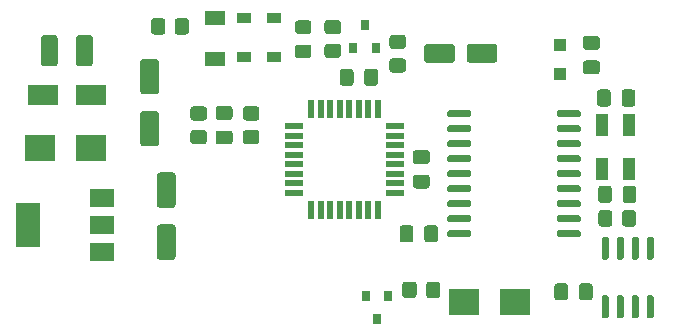
<source format=gbr>
%TF.GenerationSoftware,KiCad,Pcbnew,(5.1.12-1-10_14)*%
%TF.CreationDate,2022-04-05T22:08:35+02:00*%
%TF.ProjectId,SmartDisplay,536d6172-7444-4697-9370-6c61792e6b69,rev?*%
%TF.SameCoordinates,Original*%
%TF.FileFunction,Paste,Top*%
%TF.FilePolarity,Positive*%
%FSLAX46Y46*%
G04 Gerber Fmt 4.6, Leading zero omitted, Abs format (unit mm)*
G04 Created by KiCad (PCBNEW (5.1.12-1-10_14)) date 2022-04-05 22:08:35*
%MOMM*%
%LPD*%
G01*
G04 APERTURE LIST*
%ADD10R,0.800000X0.900000*%
%ADD11R,2.000000X1.500000*%
%ADD12R,2.000000X3.800000*%
%ADD13R,2.500000X2.300000*%
%ADD14R,2.500000X1.800000*%
%ADD15R,1.200000X0.900000*%
%ADD16R,0.550000X1.600000*%
%ADD17R,1.600000X0.550000*%
%ADD18R,1.000000X1.000000*%
%ADD19R,1.100000X1.900000*%
%ADD20R,1.700000X1.300000*%
G04 APERTURE END LIST*
D10*
%TO.C,D9*%
X158200000Y-85720000D03*
X159150000Y-87720000D03*
X157250000Y-87720000D03*
%TD*%
%TO.C,C13*%
G36*
G01*
X141950000Y-101220000D02*
X140850000Y-101220000D01*
G75*
G02*
X140600000Y-100970000I0J250000D01*
G01*
X140600000Y-98470000D01*
G75*
G02*
X140850000Y-98220000I250000J0D01*
G01*
X141950000Y-98220000D01*
G75*
G02*
X142200000Y-98470000I0J-250000D01*
G01*
X142200000Y-100970000D01*
G75*
G02*
X141950000Y-101220000I-250000J0D01*
G01*
G37*
G36*
G01*
X141950000Y-105620000D02*
X140850000Y-105620000D01*
G75*
G02*
X140600000Y-105370000I0J250000D01*
G01*
X140600000Y-102870000D01*
G75*
G02*
X140850000Y-102620000I250000J0D01*
G01*
X141950000Y-102620000D01*
G75*
G02*
X142200000Y-102870000I0J-250000D01*
G01*
X142200000Y-105370000D01*
G75*
G02*
X141950000Y-105620000I-250000J0D01*
G01*
G37*
%TD*%
%TO.C,C3*%
G36*
G01*
X140550000Y-91620000D02*
X139450000Y-91620000D01*
G75*
G02*
X139200000Y-91370000I0J250000D01*
G01*
X139200000Y-88870000D01*
G75*
G02*
X139450000Y-88620000I250000J0D01*
G01*
X140550000Y-88620000D01*
G75*
G02*
X140800000Y-88870000I0J-250000D01*
G01*
X140800000Y-91370000D01*
G75*
G02*
X140550000Y-91620000I-250000J0D01*
G01*
G37*
G36*
G01*
X140550000Y-96020000D02*
X139450000Y-96020000D01*
G75*
G02*
X139200000Y-95770000I0J250000D01*
G01*
X139200000Y-93270000D01*
G75*
G02*
X139450000Y-93020000I250000J0D01*
G01*
X140550000Y-93020000D01*
G75*
G02*
X140800000Y-93270000I0J-250000D01*
G01*
X140800000Y-95770000D01*
G75*
G02*
X140550000Y-96020000I-250000J0D01*
G01*
G37*
%TD*%
D11*
%TO.C,U4*%
X136000000Y-104970000D03*
X136000000Y-100370000D03*
X136000000Y-102670000D03*
D12*
X129700000Y-102670000D03*
%TD*%
%TO.C,F1*%
G36*
G01*
X133762500Y-88995000D02*
X133762500Y-86845000D01*
G75*
G02*
X134012500Y-86595000I250000J0D01*
G01*
X134937500Y-86595000D01*
G75*
G02*
X135187500Y-86845000I0J-250000D01*
G01*
X135187500Y-88995000D01*
G75*
G02*
X134937500Y-89245000I-250000J0D01*
G01*
X134012500Y-89245000D01*
G75*
G02*
X133762500Y-88995000I0J250000D01*
G01*
G37*
G36*
G01*
X130787500Y-88995000D02*
X130787500Y-86845000D01*
G75*
G02*
X131037500Y-86595000I250000J0D01*
G01*
X131962500Y-86595000D01*
G75*
G02*
X132212500Y-86845000I0J-250000D01*
G01*
X132212500Y-88995000D01*
G75*
G02*
X131962500Y-89245000I-250000J0D01*
G01*
X131037500Y-89245000D01*
G75*
G02*
X130787500Y-88995000I0J250000D01*
G01*
G37*
%TD*%
D13*
%TO.C,D8*%
X130700000Y-96170000D03*
X135000000Y-96170000D03*
%TD*%
D14*
%TO.C,D7*%
X131000000Y-91670000D03*
X135000000Y-91670000D03*
%TD*%
%TO.C,U3*%
G36*
G01*
X167225000Y-103270000D02*
X167225000Y-103570000D01*
G75*
G02*
X167075000Y-103720000I-150000J0D01*
G01*
X165325000Y-103720000D01*
G75*
G02*
X165175000Y-103570000I0J150000D01*
G01*
X165175000Y-103270000D01*
G75*
G02*
X165325000Y-103120000I150000J0D01*
G01*
X167075000Y-103120000D01*
G75*
G02*
X167225000Y-103270000I0J-150000D01*
G01*
G37*
G36*
G01*
X167225000Y-102000000D02*
X167225000Y-102300000D01*
G75*
G02*
X167075000Y-102450000I-150000J0D01*
G01*
X165325000Y-102450000D01*
G75*
G02*
X165175000Y-102300000I0J150000D01*
G01*
X165175000Y-102000000D01*
G75*
G02*
X165325000Y-101850000I150000J0D01*
G01*
X167075000Y-101850000D01*
G75*
G02*
X167225000Y-102000000I0J-150000D01*
G01*
G37*
G36*
G01*
X167225000Y-100730000D02*
X167225000Y-101030000D01*
G75*
G02*
X167075000Y-101180000I-150000J0D01*
G01*
X165325000Y-101180000D01*
G75*
G02*
X165175000Y-101030000I0J150000D01*
G01*
X165175000Y-100730000D01*
G75*
G02*
X165325000Y-100580000I150000J0D01*
G01*
X167075000Y-100580000D01*
G75*
G02*
X167225000Y-100730000I0J-150000D01*
G01*
G37*
G36*
G01*
X167225000Y-99460000D02*
X167225000Y-99760000D01*
G75*
G02*
X167075000Y-99910000I-150000J0D01*
G01*
X165325000Y-99910000D01*
G75*
G02*
X165175000Y-99760000I0J150000D01*
G01*
X165175000Y-99460000D01*
G75*
G02*
X165325000Y-99310000I150000J0D01*
G01*
X167075000Y-99310000D01*
G75*
G02*
X167225000Y-99460000I0J-150000D01*
G01*
G37*
G36*
G01*
X167225000Y-98190000D02*
X167225000Y-98490000D01*
G75*
G02*
X167075000Y-98640000I-150000J0D01*
G01*
X165325000Y-98640000D01*
G75*
G02*
X165175000Y-98490000I0J150000D01*
G01*
X165175000Y-98190000D01*
G75*
G02*
X165325000Y-98040000I150000J0D01*
G01*
X167075000Y-98040000D01*
G75*
G02*
X167225000Y-98190000I0J-150000D01*
G01*
G37*
G36*
G01*
X167225000Y-96920000D02*
X167225000Y-97220000D01*
G75*
G02*
X167075000Y-97370000I-150000J0D01*
G01*
X165325000Y-97370000D01*
G75*
G02*
X165175000Y-97220000I0J150000D01*
G01*
X165175000Y-96920000D01*
G75*
G02*
X165325000Y-96770000I150000J0D01*
G01*
X167075000Y-96770000D01*
G75*
G02*
X167225000Y-96920000I0J-150000D01*
G01*
G37*
G36*
G01*
X167225000Y-95650000D02*
X167225000Y-95950000D01*
G75*
G02*
X167075000Y-96100000I-150000J0D01*
G01*
X165325000Y-96100000D01*
G75*
G02*
X165175000Y-95950000I0J150000D01*
G01*
X165175000Y-95650000D01*
G75*
G02*
X165325000Y-95500000I150000J0D01*
G01*
X167075000Y-95500000D01*
G75*
G02*
X167225000Y-95650000I0J-150000D01*
G01*
G37*
G36*
G01*
X167225000Y-94380000D02*
X167225000Y-94680000D01*
G75*
G02*
X167075000Y-94830000I-150000J0D01*
G01*
X165325000Y-94830000D01*
G75*
G02*
X165175000Y-94680000I0J150000D01*
G01*
X165175000Y-94380000D01*
G75*
G02*
X165325000Y-94230000I150000J0D01*
G01*
X167075000Y-94230000D01*
G75*
G02*
X167225000Y-94380000I0J-150000D01*
G01*
G37*
G36*
G01*
X167225000Y-93110000D02*
X167225000Y-93410000D01*
G75*
G02*
X167075000Y-93560000I-150000J0D01*
G01*
X165325000Y-93560000D01*
G75*
G02*
X165175000Y-93410000I0J150000D01*
G01*
X165175000Y-93110000D01*
G75*
G02*
X165325000Y-92960000I150000J0D01*
G01*
X167075000Y-92960000D01*
G75*
G02*
X167225000Y-93110000I0J-150000D01*
G01*
G37*
G36*
G01*
X176525000Y-93110000D02*
X176525000Y-93410000D01*
G75*
G02*
X176375000Y-93560000I-150000J0D01*
G01*
X174625000Y-93560000D01*
G75*
G02*
X174475000Y-93410000I0J150000D01*
G01*
X174475000Y-93110000D01*
G75*
G02*
X174625000Y-92960000I150000J0D01*
G01*
X176375000Y-92960000D01*
G75*
G02*
X176525000Y-93110000I0J-150000D01*
G01*
G37*
G36*
G01*
X176525000Y-94380000D02*
X176525000Y-94680000D01*
G75*
G02*
X176375000Y-94830000I-150000J0D01*
G01*
X174625000Y-94830000D01*
G75*
G02*
X174475000Y-94680000I0J150000D01*
G01*
X174475000Y-94380000D01*
G75*
G02*
X174625000Y-94230000I150000J0D01*
G01*
X176375000Y-94230000D01*
G75*
G02*
X176525000Y-94380000I0J-150000D01*
G01*
G37*
G36*
G01*
X176525000Y-95650000D02*
X176525000Y-95950000D01*
G75*
G02*
X176375000Y-96100000I-150000J0D01*
G01*
X174625000Y-96100000D01*
G75*
G02*
X174475000Y-95950000I0J150000D01*
G01*
X174475000Y-95650000D01*
G75*
G02*
X174625000Y-95500000I150000J0D01*
G01*
X176375000Y-95500000D01*
G75*
G02*
X176525000Y-95650000I0J-150000D01*
G01*
G37*
G36*
G01*
X176525000Y-96920000D02*
X176525000Y-97220000D01*
G75*
G02*
X176375000Y-97370000I-150000J0D01*
G01*
X174625000Y-97370000D01*
G75*
G02*
X174475000Y-97220000I0J150000D01*
G01*
X174475000Y-96920000D01*
G75*
G02*
X174625000Y-96770000I150000J0D01*
G01*
X176375000Y-96770000D01*
G75*
G02*
X176525000Y-96920000I0J-150000D01*
G01*
G37*
G36*
G01*
X176525000Y-98190000D02*
X176525000Y-98490000D01*
G75*
G02*
X176375000Y-98640000I-150000J0D01*
G01*
X174625000Y-98640000D01*
G75*
G02*
X174475000Y-98490000I0J150000D01*
G01*
X174475000Y-98190000D01*
G75*
G02*
X174625000Y-98040000I150000J0D01*
G01*
X176375000Y-98040000D01*
G75*
G02*
X176525000Y-98190000I0J-150000D01*
G01*
G37*
G36*
G01*
X176525000Y-99460000D02*
X176525000Y-99760000D01*
G75*
G02*
X176375000Y-99910000I-150000J0D01*
G01*
X174625000Y-99910000D01*
G75*
G02*
X174475000Y-99760000I0J150000D01*
G01*
X174475000Y-99460000D01*
G75*
G02*
X174625000Y-99310000I150000J0D01*
G01*
X176375000Y-99310000D01*
G75*
G02*
X176525000Y-99460000I0J-150000D01*
G01*
G37*
G36*
G01*
X176525000Y-100730000D02*
X176525000Y-101030000D01*
G75*
G02*
X176375000Y-101180000I-150000J0D01*
G01*
X174625000Y-101180000D01*
G75*
G02*
X174475000Y-101030000I0J150000D01*
G01*
X174475000Y-100730000D01*
G75*
G02*
X174625000Y-100580000I150000J0D01*
G01*
X176375000Y-100580000D01*
G75*
G02*
X176525000Y-100730000I0J-150000D01*
G01*
G37*
G36*
G01*
X176525000Y-102000000D02*
X176525000Y-102300000D01*
G75*
G02*
X176375000Y-102450000I-150000J0D01*
G01*
X174625000Y-102450000D01*
G75*
G02*
X174475000Y-102300000I0J150000D01*
G01*
X174475000Y-102000000D01*
G75*
G02*
X174625000Y-101850000I150000J0D01*
G01*
X176375000Y-101850000D01*
G75*
G02*
X176525000Y-102000000I0J-150000D01*
G01*
G37*
G36*
G01*
X176525000Y-103270000D02*
X176525000Y-103570000D01*
G75*
G02*
X176375000Y-103720000I-150000J0D01*
G01*
X174625000Y-103720000D01*
G75*
G02*
X174475000Y-103570000I0J150000D01*
G01*
X174475000Y-103270000D01*
G75*
G02*
X174625000Y-103120000I150000J0D01*
G01*
X176375000Y-103120000D01*
G75*
G02*
X176525000Y-103270000I0J-150000D01*
G01*
G37*
%TD*%
%TO.C,R8*%
G36*
G01*
X163400000Y-108620001D02*
X163400000Y-107719999D01*
G75*
G02*
X163649999Y-107470000I249999J0D01*
G01*
X164350001Y-107470000D01*
G75*
G02*
X164600000Y-107719999I0J-249999D01*
G01*
X164600000Y-108620001D01*
G75*
G02*
X164350001Y-108870000I-249999J0D01*
G01*
X163649999Y-108870000D01*
G75*
G02*
X163400000Y-108620001I0J249999D01*
G01*
G37*
G36*
G01*
X161400000Y-108620001D02*
X161400000Y-107719999D01*
G75*
G02*
X161649999Y-107470000I249999J0D01*
G01*
X162350001Y-107470000D01*
G75*
G02*
X162600000Y-107719999I0J-249999D01*
G01*
X162600000Y-108620001D01*
G75*
G02*
X162350001Y-108870000I-249999J0D01*
G01*
X161649999Y-108870000D01*
G75*
G02*
X161400000Y-108620001I0J249999D01*
G01*
G37*
%TD*%
%TO.C,R7*%
G36*
G01*
X155049999Y-87320000D02*
X155950001Y-87320000D01*
G75*
G02*
X156200000Y-87569999I0J-249999D01*
G01*
X156200000Y-88270001D01*
G75*
G02*
X155950001Y-88520000I-249999J0D01*
G01*
X155049999Y-88520000D01*
G75*
G02*
X154800000Y-88270001I0J249999D01*
G01*
X154800000Y-87569999D01*
G75*
G02*
X155049999Y-87320000I249999J0D01*
G01*
G37*
G36*
G01*
X155049999Y-85320000D02*
X155950001Y-85320000D01*
G75*
G02*
X156200000Y-85569999I0J-249999D01*
G01*
X156200000Y-86270001D01*
G75*
G02*
X155950001Y-86520000I-249999J0D01*
G01*
X155049999Y-86520000D01*
G75*
G02*
X154800000Y-86270001I0J249999D01*
G01*
X154800000Y-85569999D01*
G75*
G02*
X155049999Y-85320000I249999J0D01*
G01*
G37*
%TD*%
%TO.C,R6*%
G36*
G01*
X141323000Y-85401999D02*
X141323000Y-86302001D01*
G75*
G02*
X141073001Y-86552000I-249999J0D01*
G01*
X140372999Y-86552000D01*
G75*
G02*
X140123000Y-86302001I0J249999D01*
G01*
X140123000Y-85401999D01*
G75*
G02*
X140372999Y-85152000I249999J0D01*
G01*
X141073001Y-85152000D01*
G75*
G02*
X141323000Y-85401999I0J-249999D01*
G01*
G37*
G36*
G01*
X143323000Y-85401999D02*
X143323000Y-86302001D01*
G75*
G02*
X143073001Y-86552000I-249999J0D01*
G01*
X142372999Y-86552000D01*
G75*
G02*
X142123000Y-86302001I0J249999D01*
G01*
X142123000Y-85401999D01*
G75*
G02*
X142372999Y-85152000I249999J0D01*
G01*
X143073001Y-85152000D01*
G75*
G02*
X143323000Y-85401999I0J-249999D01*
G01*
G37*
%TD*%
%TO.C,R5*%
G36*
G01*
X143694999Y-94625000D02*
X144595001Y-94625000D01*
G75*
G02*
X144845000Y-94874999I0J-249999D01*
G01*
X144845000Y-95575001D01*
G75*
G02*
X144595001Y-95825000I-249999J0D01*
G01*
X143694999Y-95825000D01*
G75*
G02*
X143445000Y-95575001I0J249999D01*
G01*
X143445000Y-94874999D01*
G75*
G02*
X143694999Y-94625000I249999J0D01*
G01*
G37*
G36*
G01*
X143694999Y-92625000D02*
X144595001Y-92625000D01*
G75*
G02*
X144845000Y-92874999I0J-249999D01*
G01*
X144845000Y-93575001D01*
G75*
G02*
X144595001Y-93825000I-249999J0D01*
G01*
X143694999Y-93825000D01*
G75*
G02*
X143445000Y-93575001I0J249999D01*
G01*
X143445000Y-92874999D01*
G75*
G02*
X143694999Y-92625000I249999J0D01*
G01*
G37*
%TD*%
%TO.C,R4*%
G36*
G01*
X148139999Y-94625000D02*
X149040001Y-94625000D01*
G75*
G02*
X149290000Y-94874999I0J-249999D01*
G01*
X149290000Y-95575001D01*
G75*
G02*
X149040001Y-95825000I-249999J0D01*
G01*
X148139999Y-95825000D01*
G75*
G02*
X147890000Y-95575001I0J249999D01*
G01*
X147890000Y-94874999D01*
G75*
G02*
X148139999Y-94625000I249999J0D01*
G01*
G37*
G36*
G01*
X148139999Y-92625000D02*
X149040001Y-92625000D01*
G75*
G02*
X149290000Y-92874999I0J-249999D01*
G01*
X149290000Y-93575001D01*
G75*
G02*
X149040001Y-93825000I-249999J0D01*
G01*
X148139999Y-93825000D01*
G75*
G02*
X147890000Y-93575001I0J249999D01*
G01*
X147890000Y-92874999D01*
G75*
G02*
X148139999Y-92625000I249999J0D01*
G01*
G37*
%TD*%
%TO.C,R3*%
G36*
G01*
X160549999Y-88570000D02*
X161450001Y-88570000D01*
G75*
G02*
X161700000Y-88819999I0J-249999D01*
G01*
X161700000Y-89520001D01*
G75*
G02*
X161450001Y-89770000I-249999J0D01*
G01*
X160549999Y-89770000D01*
G75*
G02*
X160300000Y-89520001I0J249999D01*
G01*
X160300000Y-88819999D01*
G75*
G02*
X160549999Y-88570000I249999J0D01*
G01*
G37*
G36*
G01*
X160549999Y-86570000D02*
X161450001Y-86570000D01*
G75*
G02*
X161700000Y-86819999I0J-249999D01*
G01*
X161700000Y-87520001D01*
G75*
G02*
X161450001Y-87770000I-249999J0D01*
G01*
X160549999Y-87770000D01*
G75*
G02*
X160300000Y-87520001I0J249999D01*
G01*
X160300000Y-86819999D01*
G75*
G02*
X160549999Y-86570000I249999J0D01*
G01*
G37*
%TD*%
%TO.C,R2*%
G36*
G01*
X179187000Y-101657999D02*
X179187000Y-102558001D01*
G75*
G02*
X178937001Y-102808000I-249999J0D01*
G01*
X178236999Y-102808000D01*
G75*
G02*
X177987000Y-102558001I0J249999D01*
G01*
X177987000Y-101657999D01*
G75*
G02*
X178236999Y-101408000I249999J0D01*
G01*
X178937001Y-101408000D01*
G75*
G02*
X179187000Y-101657999I0J-249999D01*
G01*
G37*
G36*
G01*
X181187000Y-101657999D02*
X181187000Y-102558001D01*
G75*
G02*
X180937001Y-102808000I-249999J0D01*
G01*
X180236999Y-102808000D01*
G75*
G02*
X179987000Y-102558001I0J249999D01*
G01*
X179987000Y-101657999D01*
G75*
G02*
X180236999Y-101408000I249999J0D01*
G01*
X180937001Y-101408000D01*
G75*
G02*
X181187000Y-101657999I0J-249999D01*
G01*
G37*
%TD*%
%TO.C,C12*%
G36*
G01*
X176925000Y-88732500D02*
X177875000Y-88732500D01*
G75*
G02*
X178125000Y-88982500I0J-250000D01*
G01*
X178125000Y-89657500D01*
G75*
G02*
X177875000Y-89907500I-250000J0D01*
G01*
X176925000Y-89907500D01*
G75*
G02*
X176675000Y-89657500I0J250000D01*
G01*
X176675000Y-88982500D01*
G75*
G02*
X176925000Y-88732500I250000J0D01*
G01*
G37*
G36*
G01*
X176925000Y-86657500D02*
X177875000Y-86657500D01*
G75*
G02*
X178125000Y-86907500I0J-250000D01*
G01*
X178125000Y-87582500D01*
G75*
G02*
X177875000Y-87832500I-250000J0D01*
G01*
X176925000Y-87832500D01*
G75*
G02*
X176675000Y-87582500I0J250000D01*
G01*
X176675000Y-86907500D01*
G75*
G02*
X176925000Y-86657500I250000J0D01*
G01*
G37*
%TD*%
%TO.C,C9*%
G36*
G01*
X146779000Y-93775000D02*
X145829000Y-93775000D01*
G75*
G02*
X145579000Y-93525000I0J250000D01*
G01*
X145579000Y-92850000D01*
G75*
G02*
X145829000Y-92600000I250000J0D01*
G01*
X146779000Y-92600000D01*
G75*
G02*
X147029000Y-92850000I0J-250000D01*
G01*
X147029000Y-93525000D01*
G75*
G02*
X146779000Y-93775000I-250000J0D01*
G01*
G37*
G36*
G01*
X146779000Y-95850000D02*
X145829000Y-95850000D01*
G75*
G02*
X145579000Y-95600000I0J250000D01*
G01*
X145579000Y-94925000D01*
G75*
G02*
X145829000Y-94675000I250000J0D01*
G01*
X146779000Y-94675000D01*
G75*
G02*
X147029000Y-94925000I0J-250000D01*
G01*
X147029000Y-95600000D01*
G75*
G02*
X146779000Y-95850000I-250000J0D01*
G01*
G37*
%TD*%
%TO.C,C8*%
G36*
G01*
X179137000Y-99601000D02*
X179137000Y-100551000D01*
G75*
G02*
X178887000Y-100801000I-250000J0D01*
G01*
X178212000Y-100801000D01*
G75*
G02*
X177962000Y-100551000I0J250000D01*
G01*
X177962000Y-99601000D01*
G75*
G02*
X178212000Y-99351000I250000J0D01*
G01*
X178887000Y-99351000D01*
G75*
G02*
X179137000Y-99601000I0J-250000D01*
G01*
G37*
G36*
G01*
X181212000Y-99601000D02*
X181212000Y-100551000D01*
G75*
G02*
X180962000Y-100801000I-250000J0D01*
G01*
X180287000Y-100801000D01*
G75*
G02*
X180037000Y-100551000I0J250000D01*
G01*
X180037000Y-99601000D01*
G75*
G02*
X180287000Y-99351000I250000J0D01*
G01*
X180962000Y-99351000D01*
G75*
G02*
X181212000Y-99601000I0J-250000D01*
G01*
G37*
%TD*%
%TO.C,C7*%
G36*
G01*
X179950000Y-92395000D02*
X179950000Y-91445000D01*
G75*
G02*
X180200000Y-91195000I250000J0D01*
G01*
X180875000Y-91195000D01*
G75*
G02*
X181125000Y-91445000I0J-250000D01*
G01*
X181125000Y-92395000D01*
G75*
G02*
X180875000Y-92645000I-250000J0D01*
G01*
X180200000Y-92645000D01*
G75*
G02*
X179950000Y-92395000I0J250000D01*
G01*
G37*
G36*
G01*
X177875000Y-92395000D02*
X177875000Y-91445000D01*
G75*
G02*
X178125000Y-91195000I250000J0D01*
G01*
X178800000Y-91195000D01*
G75*
G02*
X179050000Y-91445000I0J-250000D01*
G01*
X179050000Y-92395000D01*
G75*
G02*
X178800000Y-92645000I-250000J0D01*
G01*
X178125000Y-92645000D01*
G75*
G02*
X177875000Y-92395000I0J250000D01*
G01*
G37*
%TD*%
%TO.C,C6*%
G36*
G01*
X158162500Y-90645000D02*
X158162500Y-89695000D01*
G75*
G02*
X158412500Y-89445000I250000J0D01*
G01*
X159087500Y-89445000D01*
G75*
G02*
X159337500Y-89695000I0J-250000D01*
G01*
X159337500Y-90645000D01*
G75*
G02*
X159087500Y-90895000I-250000J0D01*
G01*
X158412500Y-90895000D01*
G75*
G02*
X158162500Y-90645000I0J250000D01*
G01*
G37*
G36*
G01*
X156087500Y-90645000D02*
X156087500Y-89695000D01*
G75*
G02*
X156337500Y-89445000I250000J0D01*
G01*
X157012500Y-89445000D01*
G75*
G02*
X157262500Y-89695000I0J-250000D01*
G01*
X157262500Y-90645000D01*
G75*
G02*
X157012500Y-90895000I-250000J0D01*
G01*
X156337500Y-90895000D01*
G75*
G02*
X156087500Y-90645000I0J250000D01*
G01*
G37*
%TD*%
%TO.C,C5*%
G36*
G01*
X176336000Y-108806000D02*
X176336000Y-107856000D01*
G75*
G02*
X176586000Y-107606000I250000J0D01*
G01*
X177261000Y-107606000D01*
G75*
G02*
X177511000Y-107856000I0J-250000D01*
G01*
X177511000Y-108806000D01*
G75*
G02*
X177261000Y-109056000I-250000J0D01*
G01*
X176586000Y-109056000D01*
G75*
G02*
X176336000Y-108806000I0J250000D01*
G01*
G37*
G36*
G01*
X174261000Y-108806000D02*
X174261000Y-107856000D01*
G75*
G02*
X174511000Y-107606000I250000J0D01*
G01*
X175186000Y-107606000D01*
G75*
G02*
X175436000Y-107856000I0J-250000D01*
G01*
X175436000Y-108806000D01*
G75*
G02*
X175186000Y-109056000I-250000J0D01*
G01*
X174511000Y-109056000D01*
G75*
G02*
X174261000Y-108806000I0J250000D01*
G01*
G37*
%TD*%
%TO.C,C2*%
G36*
G01*
X163475000Y-97507500D02*
X162525000Y-97507500D01*
G75*
G02*
X162275000Y-97257500I0J250000D01*
G01*
X162275000Y-96582500D01*
G75*
G02*
X162525000Y-96332500I250000J0D01*
G01*
X163475000Y-96332500D01*
G75*
G02*
X163725000Y-96582500I0J-250000D01*
G01*
X163725000Y-97257500D01*
G75*
G02*
X163475000Y-97507500I-250000J0D01*
G01*
G37*
G36*
G01*
X163475000Y-99582500D02*
X162525000Y-99582500D01*
G75*
G02*
X162275000Y-99332500I0J250000D01*
G01*
X162275000Y-98657500D01*
G75*
G02*
X162525000Y-98407500I250000J0D01*
G01*
X163475000Y-98407500D01*
G75*
G02*
X163725000Y-98657500I0J-250000D01*
G01*
X163725000Y-99332500D01*
G75*
G02*
X163475000Y-99582500I-250000J0D01*
G01*
G37*
%TD*%
%TO.C,C1*%
G36*
G01*
X163237500Y-103895000D02*
X163237500Y-102945000D01*
G75*
G02*
X163487500Y-102695000I250000J0D01*
G01*
X164162500Y-102695000D01*
G75*
G02*
X164412500Y-102945000I0J-250000D01*
G01*
X164412500Y-103895000D01*
G75*
G02*
X164162500Y-104145000I-250000J0D01*
G01*
X163487500Y-104145000D01*
G75*
G02*
X163237500Y-103895000I0J250000D01*
G01*
G37*
G36*
G01*
X161162500Y-103895000D02*
X161162500Y-102945000D01*
G75*
G02*
X161412500Y-102695000I250000J0D01*
G01*
X162087500Y-102695000D01*
G75*
G02*
X162337500Y-102945000I0J-250000D01*
G01*
X162337500Y-103895000D01*
G75*
G02*
X162087500Y-104145000I-250000J0D01*
G01*
X161412500Y-104145000D01*
G75*
G02*
X161162500Y-103895000I0J250000D01*
G01*
G37*
%TD*%
D15*
%TO.C,D6*%
X148000000Y-85120000D03*
X148000000Y-88420000D03*
%TD*%
%TO.C,D5*%
X150500000Y-85120000D03*
X150500000Y-88420000D03*
%TD*%
D16*
%TO.C,U1*%
X153700000Y-92870000D03*
X154500000Y-92870000D03*
X155300000Y-92870000D03*
X156100000Y-92870000D03*
X156900000Y-92870000D03*
X157700000Y-92870000D03*
X158500000Y-92870000D03*
X159300000Y-92870000D03*
D17*
X160750000Y-94320000D03*
X160750000Y-95120000D03*
X160750000Y-95920000D03*
X160750000Y-96720000D03*
X160750000Y-97520000D03*
X160750000Y-98320000D03*
X160750000Y-99120000D03*
X160750000Y-99920000D03*
D16*
X159300000Y-101370000D03*
X158500000Y-101370000D03*
X157700000Y-101370000D03*
X156900000Y-101370000D03*
X156100000Y-101370000D03*
X155300000Y-101370000D03*
X154500000Y-101370000D03*
X153700000Y-101370000D03*
D17*
X152250000Y-99920000D03*
X152250000Y-99120000D03*
X152250000Y-98320000D03*
X152250000Y-97520000D03*
X152250000Y-96720000D03*
X152250000Y-95920000D03*
X152250000Y-95120000D03*
X152250000Y-94320000D03*
%TD*%
D10*
%TO.C,D3*%
X159250000Y-110670000D03*
X158300000Y-108670000D03*
X160200000Y-108670000D03*
%TD*%
D13*
%TO.C,D2*%
X166642000Y-109220000D03*
X170942000Y-109220000D03*
%TD*%
D18*
%TO.C,D1*%
X174752000Y-89916000D03*
X174752000Y-87416000D03*
%TD*%
D19*
%TO.C,Y2*%
X180608000Y-94234000D03*
X180608000Y-97934000D03*
X178308000Y-97934000D03*
X178308000Y-94234000D03*
%TD*%
D20*
%TO.C,D4*%
X145542000Y-85146000D03*
X145542000Y-88646000D03*
%TD*%
%TO.C,C11*%
G36*
G01*
X166848000Y-88688000D02*
X166848000Y-87588000D01*
G75*
G02*
X167098000Y-87338000I250000J0D01*
G01*
X169198000Y-87338000D01*
G75*
G02*
X169448000Y-87588000I0J-250000D01*
G01*
X169448000Y-88688000D01*
G75*
G02*
X169198000Y-88938000I-250000J0D01*
G01*
X167098000Y-88938000D01*
G75*
G02*
X166848000Y-88688000I0J250000D01*
G01*
G37*
G36*
G01*
X163248000Y-88688000D02*
X163248000Y-87588000D01*
G75*
G02*
X163498000Y-87338000I250000J0D01*
G01*
X165598000Y-87338000D01*
G75*
G02*
X165848000Y-87588000I0J-250000D01*
G01*
X165848000Y-88688000D01*
G75*
G02*
X165598000Y-88938000I-250000J0D01*
G01*
X163498000Y-88938000D01*
G75*
G02*
X163248000Y-88688000I0J250000D01*
G01*
G37*
%TD*%
%TO.C,C10*%
G36*
G01*
X152549999Y-87395000D02*
X153450001Y-87395000D01*
G75*
G02*
X153700000Y-87644999I0J-249999D01*
G01*
X153700000Y-88295001D01*
G75*
G02*
X153450001Y-88545000I-249999J0D01*
G01*
X152549999Y-88545000D01*
G75*
G02*
X152300000Y-88295001I0J249999D01*
G01*
X152300000Y-87644999D01*
G75*
G02*
X152549999Y-87395000I249999J0D01*
G01*
G37*
G36*
G01*
X152549999Y-85345000D02*
X153450001Y-85345000D01*
G75*
G02*
X153700000Y-85594999I0J-249999D01*
G01*
X153700000Y-86245001D01*
G75*
G02*
X153450001Y-86495000I-249999J0D01*
G01*
X152549999Y-86495000D01*
G75*
G02*
X152300000Y-86245001I0J249999D01*
G01*
X152300000Y-85594999D01*
G75*
G02*
X152549999Y-85345000I249999J0D01*
G01*
G37*
%TD*%
%TO.C,U2*%
G36*
G01*
X182222000Y-108623000D02*
X182522000Y-108623000D01*
G75*
G02*
X182672000Y-108773000I0J-150000D01*
G01*
X182672000Y-110423000D01*
G75*
G02*
X182522000Y-110573000I-150000J0D01*
G01*
X182222000Y-110573000D01*
G75*
G02*
X182072000Y-110423000I0J150000D01*
G01*
X182072000Y-108773000D01*
G75*
G02*
X182222000Y-108623000I150000J0D01*
G01*
G37*
G36*
G01*
X180952000Y-108623000D02*
X181252000Y-108623000D01*
G75*
G02*
X181402000Y-108773000I0J-150000D01*
G01*
X181402000Y-110423000D01*
G75*
G02*
X181252000Y-110573000I-150000J0D01*
G01*
X180952000Y-110573000D01*
G75*
G02*
X180802000Y-110423000I0J150000D01*
G01*
X180802000Y-108773000D01*
G75*
G02*
X180952000Y-108623000I150000J0D01*
G01*
G37*
G36*
G01*
X179682000Y-108623000D02*
X179982000Y-108623000D01*
G75*
G02*
X180132000Y-108773000I0J-150000D01*
G01*
X180132000Y-110423000D01*
G75*
G02*
X179982000Y-110573000I-150000J0D01*
G01*
X179682000Y-110573000D01*
G75*
G02*
X179532000Y-110423000I0J150000D01*
G01*
X179532000Y-108773000D01*
G75*
G02*
X179682000Y-108623000I150000J0D01*
G01*
G37*
G36*
G01*
X178412000Y-108623000D02*
X178712000Y-108623000D01*
G75*
G02*
X178862000Y-108773000I0J-150000D01*
G01*
X178862000Y-110423000D01*
G75*
G02*
X178712000Y-110573000I-150000J0D01*
G01*
X178412000Y-110573000D01*
G75*
G02*
X178262000Y-110423000I0J150000D01*
G01*
X178262000Y-108773000D01*
G75*
G02*
X178412000Y-108623000I150000J0D01*
G01*
G37*
G36*
G01*
X178412000Y-103673000D02*
X178712000Y-103673000D01*
G75*
G02*
X178862000Y-103823000I0J-150000D01*
G01*
X178862000Y-105473000D01*
G75*
G02*
X178712000Y-105623000I-150000J0D01*
G01*
X178412000Y-105623000D01*
G75*
G02*
X178262000Y-105473000I0J150000D01*
G01*
X178262000Y-103823000D01*
G75*
G02*
X178412000Y-103673000I150000J0D01*
G01*
G37*
G36*
G01*
X179682000Y-103673000D02*
X179982000Y-103673000D01*
G75*
G02*
X180132000Y-103823000I0J-150000D01*
G01*
X180132000Y-105473000D01*
G75*
G02*
X179982000Y-105623000I-150000J0D01*
G01*
X179682000Y-105623000D01*
G75*
G02*
X179532000Y-105473000I0J150000D01*
G01*
X179532000Y-103823000D01*
G75*
G02*
X179682000Y-103673000I150000J0D01*
G01*
G37*
G36*
G01*
X180952000Y-103673000D02*
X181252000Y-103673000D01*
G75*
G02*
X181402000Y-103823000I0J-150000D01*
G01*
X181402000Y-105473000D01*
G75*
G02*
X181252000Y-105623000I-150000J0D01*
G01*
X180952000Y-105623000D01*
G75*
G02*
X180802000Y-105473000I0J150000D01*
G01*
X180802000Y-103823000D01*
G75*
G02*
X180952000Y-103673000I150000J0D01*
G01*
G37*
G36*
G01*
X182222000Y-103673000D02*
X182522000Y-103673000D01*
G75*
G02*
X182672000Y-103823000I0J-150000D01*
G01*
X182672000Y-105473000D01*
G75*
G02*
X182522000Y-105623000I-150000J0D01*
G01*
X182222000Y-105623000D01*
G75*
G02*
X182072000Y-105473000I0J150000D01*
G01*
X182072000Y-103823000D01*
G75*
G02*
X182222000Y-103673000I150000J0D01*
G01*
G37*
%TD*%
M02*

</source>
